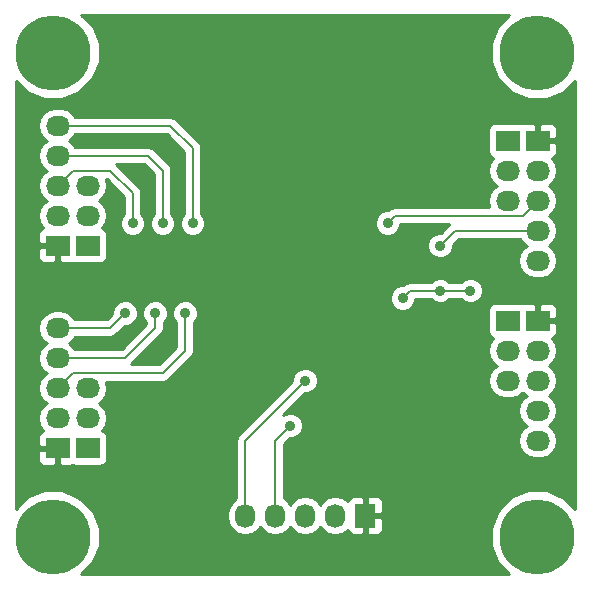
<source format=gbl>
G04 #@! TF.FileFunction,Copper,L2,Bot,Signal*
%FSLAX46Y46*%
G04 Gerber Fmt 4.6, Leading zero omitted, Abs format (unit mm)*
G04 Created by KiCad (PCBNEW (after 2015-mar-04 BZR unknown)-product) date 7/28/2015 1:26:08 PM*
%MOMM*%
G01*
G04 APERTURE LIST*
%ADD10C,0.150000*%
%ADD11C,6.350000*%
%ADD12R,2.032000X1.727200*%
%ADD13O,2.032000X1.727200*%
%ADD14R,1.727200X2.032000*%
%ADD15O,1.727200X2.032000*%
%ADD16C,0.889000*%
%ADD17C,0.203200*%
%ADD18C,0.254000*%
G04 APERTURE END LIST*
D10*
D11*
X159000000Y-84000000D03*
X200000000Y-84000000D03*
X159000000Y-125000000D03*
X200000000Y-125000000D03*
D12*
X197485000Y-106680000D03*
D13*
X197485000Y-109220000D03*
X197485000Y-111760000D03*
D12*
X197485000Y-91440000D03*
D13*
X197485000Y-93980000D03*
X197485000Y-96520000D03*
D12*
X161925000Y-100330000D03*
D13*
X161925000Y-97790000D03*
X161925000Y-95250000D03*
D12*
X161925000Y-117475000D03*
D13*
X161925000Y-114935000D03*
X161925000Y-112395000D03*
D12*
X200025000Y-106680000D03*
D13*
X200025000Y-109220000D03*
X200025000Y-111760000D03*
X200025000Y-114300000D03*
X200025000Y-116840000D03*
D12*
X200025000Y-91440000D03*
D13*
X200025000Y-93980000D03*
X200025000Y-96520000D03*
X200025000Y-99060000D03*
X200025000Y-101600000D03*
D12*
X159385000Y-100330000D03*
D13*
X159385000Y-97790000D03*
X159385000Y-95250000D03*
X159385000Y-92710000D03*
X159385000Y-90170000D03*
D12*
X159385000Y-117475000D03*
D13*
X159385000Y-114935000D03*
X159385000Y-112395000D03*
X159385000Y-109855000D03*
X159385000Y-107315000D03*
D14*
X185420000Y-123190000D03*
D15*
X182880000Y-123190000D03*
X180340000Y-123190000D03*
X177800000Y-123190000D03*
X175260000Y-123190000D03*
D16*
X188595000Y-104775000D03*
X191770000Y-104140000D03*
X194310000Y-104140000D03*
X182880000Y-108585000D03*
X182880000Y-107315000D03*
X182880000Y-106045000D03*
X185420000Y-95885000D03*
X187325000Y-98425000D03*
X191770000Y-100330000D03*
X165735000Y-98425000D03*
X168275000Y-98425000D03*
X170180000Y-106045000D03*
X167640000Y-106045000D03*
X179070000Y-115570000D03*
X180340000Y-111760000D03*
X170815000Y-98425000D03*
X165100000Y-106045000D03*
D17*
X188595000Y-104775000D02*
X189230000Y-104140000D01*
X189230000Y-104140000D02*
X191770000Y-104140000D01*
X194310000Y-104140000D02*
X191770000Y-104140000D01*
X200025000Y-96520000D02*
X198755000Y-97790000D01*
X187960000Y-97790000D02*
X187325000Y-98425000D01*
X198755000Y-97790000D02*
X187960000Y-97790000D01*
X200025000Y-99060000D02*
X193040000Y-99060000D01*
X193040000Y-99060000D02*
X191770000Y-100330000D01*
X159385000Y-95250000D02*
X160655000Y-93980000D01*
X165735000Y-95885000D02*
X165735000Y-98425000D01*
X163830000Y-93980000D02*
X165735000Y-95885000D01*
X160655000Y-93980000D02*
X163830000Y-93980000D01*
X159385000Y-92710000D02*
X167005000Y-92710000D01*
X168275000Y-93980000D02*
X168275000Y-98425000D01*
X167005000Y-92710000D02*
X168275000Y-93980000D01*
X159385000Y-112395000D02*
X160655000Y-111125000D01*
X170180000Y-109220000D02*
X170180000Y-106045000D01*
X168275000Y-111125000D02*
X170180000Y-109220000D01*
X160655000Y-111125000D02*
X168275000Y-111125000D01*
X159385000Y-109855000D02*
X165100000Y-109855000D01*
X167640000Y-107315000D02*
X167640000Y-106045000D01*
X165100000Y-109855000D02*
X167640000Y-107315000D01*
X177800000Y-123190000D02*
X177800000Y-116840000D01*
X177800000Y-116840000D02*
X179070000Y-115570000D01*
X175260000Y-123190000D02*
X175260000Y-116840000D01*
X175260000Y-116840000D02*
X180340000Y-111760000D01*
X159385000Y-90170000D02*
X168910000Y-90170000D01*
X170815000Y-92075000D02*
X170815000Y-98425000D01*
X168910000Y-90170000D02*
X170815000Y-92075000D01*
X159385000Y-107315000D02*
X163830000Y-107315000D01*
X163830000Y-107315000D02*
X165100000Y-106045000D01*
D18*
G36*
X203174500Y-122607421D02*
X202233043Y-121664320D01*
X201708345Y-121446446D01*
X201708345Y-116840000D01*
X201594271Y-116266511D01*
X201269415Y-115780330D01*
X200954634Y-115570000D01*
X201269415Y-115359670D01*
X201594271Y-114873489D01*
X201708345Y-114300000D01*
X201594271Y-113726511D01*
X201269415Y-113240330D01*
X200954634Y-113030000D01*
X201269415Y-112819670D01*
X201594271Y-112333489D01*
X201708345Y-111760000D01*
X201594271Y-111186511D01*
X201269415Y-110700330D01*
X200954634Y-110490000D01*
X201269415Y-110279670D01*
X201594271Y-109793489D01*
X201708345Y-109220000D01*
X201708345Y-101600000D01*
X201594271Y-101026511D01*
X201269415Y-100540330D01*
X200954634Y-100330000D01*
X201269415Y-100119670D01*
X201594271Y-99633489D01*
X201708345Y-99060000D01*
X201594271Y-98486511D01*
X201269415Y-98000330D01*
X200954634Y-97790000D01*
X201269415Y-97579670D01*
X201594271Y-97093489D01*
X201708345Y-96520000D01*
X201594271Y-95946511D01*
X201269415Y-95460330D01*
X200954634Y-95250000D01*
X201269415Y-95039670D01*
X201594271Y-94553489D01*
X201708345Y-93980000D01*
X201594271Y-93406511D01*
X201269415Y-92920330D01*
X201247219Y-92905499D01*
X201400698Y-92841927D01*
X201579327Y-92663299D01*
X201676000Y-92429910D01*
X201676000Y-92177291D01*
X201676000Y-91725750D01*
X201676000Y-91154250D01*
X201676000Y-90702709D01*
X201676000Y-90450090D01*
X201579327Y-90216701D01*
X201400698Y-90038073D01*
X201167309Y-89941400D01*
X200310750Y-89941400D01*
X200152000Y-90100150D01*
X200152000Y-91313000D01*
X201517250Y-91313000D01*
X201676000Y-91154250D01*
X201676000Y-91725750D01*
X201517250Y-91567000D01*
X200152000Y-91567000D01*
X200152000Y-91587000D01*
X199898000Y-91587000D01*
X199898000Y-91567000D01*
X199878000Y-91567000D01*
X199878000Y-91313000D01*
X199898000Y-91313000D01*
X199898000Y-90100150D01*
X199739250Y-89941400D01*
X198882691Y-89941400D01*
X198766315Y-89989604D01*
X198750640Y-89979023D01*
X198501000Y-89928960D01*
X196469000Y-89928960D01*
X196226877Y-89975937D01*
X196014073Y-90115727D01*
X195871623Y-90326760D01*
X195821560Y-90576400D01*
X195821560Y-92303600D01*
X195868537Y-92545723D01*
X196008327Y-92758527D01*
X196219360Y-92900977D01*
X196257962Y-92908718D01*
X196240585Y-92920330D01*
X195915729Y-93406511D01*
X195801655Y-93980000D01*
X195915729Y-94553489D01*
X196240585Y-95039670D01*
X196555365Y-95250000D01*
X196240585Y-95460330D01*
X195915729Y-95946511D01*
X195801655Y-96520000D01*
X195907754Y-97053400D01*
X187960000Y-97053400D01*
X187678115Y-97109470D01*
X187439145Y-97269145D01*
X187362757Y-97345532D01*
X187111216Y-97345313D01*
X186714311Y-97509311D01*
X186410378Y-97812714D01*
X186245687Y-98209332D01*
X186245313Y-98638784D01*
X186409311Y-99035689D01*
X186712714Y-99339622D01*
X187109332Y-99504313D01*
X187538784Y-99504687D01*
X187935689Y-99340689D01*
X188239622Y-99037286D01*
X188404313Y-98640668D01*
X188404412Y-98526600D01*
X192537919Y-98526600D01*
X192519145Y-98539145D01*
X191807757Y-99250532D01*
X191556216Y-99250313D01*
X191159311Y-99414311D01*
X190855378Y-99717714D01*
X190690687Y-100114332D01*
X190690313Y-100543784D01*
X190854311Y-100940689D01*
X191157714Y-101244622D01*
X191554332Y-101409313D01*
X191983784Y-101409687D01*
X192380689Y-101245689D01*
X192684622Y-100942286D01*
X192849313Y-100545668D01*
X192849533Y-100292176D01*
X193345110Y-99796600D01*
X198564716Y-99796600D01*
X198780585Y-100119670D01*
X199095365Y-100330000D01*
X198780585Y-100540330D01*
X198455729Y-101026511D01*
X198341655Y-101600000D01*
X198455729Y-102173489D01*
X198780585Y-102659670D01*
X199266766Y-102984526D01*
X199840255Y-103098600D01*
X200209745Y-103098600D01*
X200783234Y-102984526D01*
X201269415Y-102659670D01*
X201594271Y-102173489D01*
X201708345Y-101600000D01*
X201708345Y-109220000D01*
X201594271Y-108646511D01*
X201269415Y-108160330D01*
X201247219Y-108145499D01*
X201400698Y-108081927D01*
X201579327Y-107903299D01*
X201676000Y-107669910D01*
X201676000Y-107417291D01*
X201676000Y-106965750D01*
X201676000Y-106394250D01*
X201676000Y-105942709D01*
X201676000Y-105690090D01*
X201579327Y-105456701D01*
X201400698Y-105278073D01*
X201167309Y-105181400D01*
X200310750Y-105181400D01*
X200152000Y-105340150D01*
X200152000Y-106553000D01*
X201517250Y-106553000D01*
X201676000Y-106394250D01*
X201676000Y-106965750D01*
X201517250Y-106807000D01*
X200152000Y-106807000D01*
X200152000Y-106827000D01*
X199898000Y-106827000D01*
X199898000Y-106807000D01*
X199878000Y-106807000D01*
X199878000Y-106553000D01*
X199898000Y-106553000D01*
X199898000Y-105340150D01*
X199739250Y-105181400D01*
X198882691Y-105181400D01*
X198766315Y-105229604D01*
X198750640Y-105219023D01*
X198501000Y-105168960D01*
X196469000Y-105168960D01*
X196226877Y-105215937D01*
X196014073Y-105355727D01*
X195871623Y-105566760D01*
X195821560Y-105816400D01*
X195821560Y-107543600D01*
X195868537Y-107785723D01*
X196008327Y-107998527D01*
X196219360Y-108140977D01*
X196257962Y-108148718D01*
X196240585Y-108160330D01*
X195915729Y-108646511D01*
X195801655Y-109220000D01*
X195915729Y-109793489D01*
X196240585Y-110279670D01*
X196555365Y-110490000D01*
X196240585Y-110700330D01*
X195915729Y-111186511D01*
X195801655Y-111760000D01*
X195915729Y-112333489D01*
X196240585Y-112819670D01*
X196726766Y-113144526D01*
X197300255Y-113258600D01*
X197669745Y-113258600D01*
X198243234Y-113144526D01*
X198729415Y-112819670D01*
X198755000Y-112781379D01*
X198780585Y-112819670D01*
X199095365Y-113030000D01*
X198780585Y-113240330D01*
X198455729Y-113726511D01*
X198341655Y-114300000D01*
X198455729Y-114873489D01*
X198780585Y-115359670D01*
X199095365Y-115570000D01*
X198780585Y-115780330D01*
X198455729Y-116266511D01*
X198341655Y-116840000D01*
X198455729Y-117413489D01*
X198780585Y-117899670D01*
X199266766Y-118224526D01*
X199840255Y-118338600D01*
X200209745Y-118338600D01*
X200783234Y-118224526D01*
X201269415Y-117899670D01*
X201594271Y-117413489D01*
X201708345Y-116840000D01*
X201708345Y-121446446D01*
X200786553Y-121063685D01*
X199220318Y-121062318D01*
X197772782Y-121660428D01*
X196664320Y-122766957D01*
X196063685Y-124213447D01*
X196062318Y-125779682D01*
X196660428Y-127227218D01*
X197606058Y-128174500D01*
X195389687Y-128174500D01*
X195389687Y-103926216D01*
X195225689Y-103529311D01*
X194922286Y-103225378D01*
X194525668Y-103060687D01*
X194096216Y-103060313D01*
X193699311Y-103224311D01*
X193519909Y-103403400D01*
X192559997Y-103403400D01*
X192382286Y-103225378D01*
X191985668Y-103060687D01*
X191556216Y-103060313D01*
X191159311Y-103224311D01*
X190979909Y-103403400D01*
X189230000Y-103403400D01*
X188948115Y-103459470D01*
X188709145Y-103619145D01*
X188632757Y-103695532D01*
X188381216Y-103695313D01*
X187984311Y-103859311D01*
X187680378Y-104162714D01*
X187515687Y-104559332D01*
X187515313Y-104988784D01*
X187679311Y-105385689D01*
X187982714Y-105689622D01*
X188379332Y-105854313D01*
X188808784Y-105854687D01*
X189205689Y-105690689D01*
X189509622Y-105387286D01*
X189674313Y-104990668D01*
X189674412Y-104876600D01*
X190980002Y-104876600D01*
X191157714Y-105054622D01*
X191554332Y-105219313D01*
X191983784Y-105219687D01*
X192380689Y-105055689D01*
X192560090Y-104876600D01*
X193520002Y-104876600D01*
X193697714Y-105054622D01*
X194094332Y-105219313D01*
X194523784Y-105219687D01*
X194920689Y-105055689D01*
X195224622Y-104752286D01*
X195389313Y-104355668D01*
X195389687Y-103926216D01*
X195389687Y-128174500D01*
X186918600Y-128174500D01*
X186918600Y-124332309D01*
X186918600Y-123475750D01*
X186918600Y-122904250D01*
X186918600Y-122047691D01*
X186821927Y-121814302D01*
X186643299Y-121635673D01*
X186409910Y-121539000D01*
X186157291Y-121539000D01*
X185705750Y-121539000D01*
X185547000Y-121697750D01*
X185547000Y-123063000D01*
X186759850Y-123063000D01*
X186918600Y-122904250D01*
X186918600Y-123475750D01*
X186759850Y-123317000D01*
X185547000Y-123317000D01*
X185547000Y-124682250D01*
X185705750Y-124841000D01*
X186157291Y-124841000D01*
X186409910Y-124841000D01*
X186643299Y-124744327D01*
X186821927Y-124565698D01*
X186918600Y-124332309D01*
X186918600Y-128174500D01*
X185293000Y-128174500D01*
X185293000Y-124682250D01*
X185293000Y-123317000D01*
X185273000Y-123317000D01*
X185273000Y-123063000D01*
X185293000Y-123063000D01*
X185293000Y-121697750D01*
X185134250Y-121539000D01*
X184682709Y-121539000D01*
X184430090Y-121539000D01*
X184196701Y-121635673D01*
X184018073Y-121814302D01*
X183954500Y-121967780D01*
X183939670Y-121945585D01*
X183453489Y-121620729D01*
X182880000Y-121506655D01*
X182306511Y-121620729D01*
X181820330Y-121945585D01*
X181610000Y-122260365D01*
X181399670Y-121945585D01*
X180913489Y-121620729D01*
X180340000Y-121506655D01*
X179766511Y-121620729D01*
X179280330Y-121945585D01*
X179070000Y-122260365D01*
X178859670Y-121945585D01*
X178536600Y-121729716D01*
X178536600Y-117145110D01*
X179032242Y-116649467D01*
X179283784Y-116649687D01*
X179680689Y-116485689D01*
X179984622Y-116182286D01*
X180149313Y-115785668D01*
X180149687Y-115356216D01*
X179985689Y-114959311D01*
X179682286Y-114655378D01*
X179285668Y-114490687D01*
X178856216Y-114490313D01*
X178507176Y-114634533D01*
X180302242Y-112839467D01*
X180553784Y-112839687D01*
X180950689Y-112675689D01*
X181254622Y-112372286D01*
X181419313Y-111975668D01*
X181419687Y-111546216D01*
X181255689Y-111149311D01*
X180952286Y-110845378D01*
X180555668Y-110680687D01*
X180126216Y-110680313D01*
X179729311Y-110844311D01*
X179425378Y-111147714D01*
X179260687Y-111544332D01*
X179260466Y-111797823D01*
X174739145Y-116319145D01*
X174579470Y-116558115D01*
X174523400Y-116840000D01*
X174523400Y-121729716D01*
X174200330Y-121945585D01*
X173875474Y-122431766D01*
X173761400Y-123005255D01*
X173761400Y-123374745D01*
X173875474Y-123948234D01*
X174200330Y-124434415D01*
X174686511Y-124759271D01*
X175260000Y-124873345D01*
X175833489Y-124759271D01*
X176319670Y-124434415D01*
X176530000Y-124119634D01*
X176740330Y-124434415D01*
X177226511Y-124759271D01*
X177800000Y-124873345D01*
X178373489Y-124759271D01*
X178859670Y-124434415D01*
X179070000Y-124119634D01*
X179280330Y-124434415D01*
X179766511Y-124759271D01*
X180340000Y-124873345D01*
X180913489Y-124759271D01*
X181399670Y-124434415D01*
X181610000Y-124119634D01*
X181820330Y-124434415D01*
X182306511Y-124759271D01*
X182880000Y-124873345D01*
X183453489Y-124759271D01*
X183939670Y-124434415D01*
X183954500Y-124412219D01*
X184018073Y-124565698D01*
X184196701Y-124744327D01*
X184430090Y-124841000D01*
X184682709Y-124841000D01*
X185134250Y-124841000D01*
X185293000Y-124682250D01*
X185293000Y-128174500D01*
X171894687Y-128174500D01*
X171894687Y-98211216D01*
X171730689Y-97814311D01*
X171551600Y-97634909D01*
X171551600Y-92075000D01*
X171495530Y-91793116D01*
X171495530Y-91793115D01*
X171335855Y-91554145D01*
X169430855Y-89649145D01*
X169191885Y-89489470D01*
X168910000Y-89433400D01*
X160845283Y-89433400D01*
X160629415Y-89110330D01*
X160143234Y-88785474D01*
X159569745Y-88671400D01*
X159200255Y-88671400D01*
X158626766Y-88785474D01*
X158140585Y-89110330D01*
X157815729Y-89596511D01*
X157701655Y-90170000D01*
X157815729Y-90743489D01*
X158140585Y-91229670D01*
X158455365Y-91440000D01*
X158140585Y-91650330D01*
X157815729Y-92136511D01*
X157701655Y-92710000D01*
X157815729Y-93283489D01*
X158140585Y-93769670D01*
X158455365Y-93980000D01*
X158140585Y-94190330D01*
X157815729Y-94676511D01*
X157701655Y-95250000D01*
X157815729Y-95823489D01*
X158140585Y-96309670D01*
X158455365Y-96520000D01*
X158140585Y-96730330D01*
X157815729Y-97216511D01*
X157701655Y-97790000D01*
X157815729Y-98363489D01*
X158140585Y-98849670D01*
X158162780Y-98864500D01*
X158009302Y-98928073D01*
X157830673Y-99106701D01*
X157734000Y-99340090D01*
X157734000Y-99592709D01*
X157734000Y-100044250D01*
X157892750Y-100203000D01*
X159258000Y-100203000D01*
X159258000Y-100183000D01*
X159512000Y-100183000D01*
X159512000Y-100203000D01*
X159532000Y-100203000D01*
X159532000Y-100457000D01*
X159512000Y-100457000D01*
X159512000Y-101669850D01*
X159670750Y-101828600D01*
X160527309Y-101828600D01*
X160643684Y-101780395D01*
X160659360Y-101790977D01*
X160909000Y-101841040D01*
X162941000Y-101841040D01*
X163183123Y-101794063D01*
X163395927Y-101654273D01*
X163538377Y-101443240D01*
X163588440Y-101193600D01*
X163588440Y-99466400D01*
X163541463Y-99224277D01*
X163401673Y-99011473D01*
X163190640Y-98869023D01*
X163152037Y-98861281D01*
X163169415Y-98849670D01*
X163494271Y-98363489D01*
X163608345Y-97790000D01*
X163494271Y-97216511D01*
X163169415Y-96730330D01*
X162854634Y-96520000D01*
X163169415Y-96309670D01*
X163494271Y-95823489D01*
X163608345Y-95250000D01*
X163502245Y-94716600D01*
X163524890Y-94716600D01*
X164998400Y-96190110D01*
X164998400Y-97635002D01*
X164820378Y-97812714D01*
X164655687Y-98209332D01*
X164655313Y-98638784D01*
X164819311Y-99035689D01*
X165122714Y-99339622D01*
X165519332Y-99504313D01*
X165948784Y-99504687D01*
X166345689Y-99340689D01*
X166649622Y-99037286D01*
X166814313Y-98640668D01*
X166814687Y-98211216D01*
X166650689Y-97814311D01*
X166471600Y-97634909D01*
X166471600Y-95885000D01*
X166415530Y-95603116D01*
X166415530Y-95603115D01*
X166255855Y-95364145D01*
X164350855Y-93459145D01*
X164332080Y-93446600D01*
X166699890Y-93446600D01*
X167538400Y-94285110D01*
X167538400Y-97635002D01*
X167360378Y-97812714D01*
X167195687Y-98209332D01*
X167195313Y-98638784D01*
X167359311Y-99035689D01*
X167662714Y-99339622D01*
X168059332Y-99504313D01*
X168488784Y-99504687D01*
X168885689Y-99340689D01*
X169189622Y-99037286D01*
X169354313Y-98640668D01*
X169354687Y-98211216D01*
X169190689Y-97814311D01*
X169011600Y-97634909D01*
X169011600Y-93980000D01*
X168955530Y-93698115D01*
X168795855Y-93459145D01*
X167525855Y-92189145D01*
X167286885Y-92029470D01*
X167005000Y-91973400D01*
X160845283Y-91973400D01*
X160629415Y-91650330D01*
X160314634Y-91440000D01*
X160629415Y-91229670D01*
X160845283Y-90906600D01*
X168604890Y-90906600D01*
X170078400Y-92380110D01*
X170078400Y-97635002D01*
X169900378Y-97812714D01*
X169735687Y-98209332D01*
X169735313Y-98638784D01*
X169899311Y-99035689D01*
X170202714Y-99339622D01*
X170599332Y-99504313D01*
X171028784Y-99504687D01*
X171425689Y-99340689D01*
X171729622Y-99037286D01*
X171894313Y-98640668D01*
X171894687Y-98211216D01*
X171894687Y-128174500D01*
X171259687Y-128174500D01*
X171259687Y-105831216D01*
X171095689Y-105434311D01*
X170792286Y-105130378D01*
X170395668Y-104965687D01*
X169966216Y-104965313D01*
X169569311Y-105129311D01*
X169265378Y-105432714D01*
X169100687Y-105829332D01*
X169100313Y-106258784D01*
X169264311Y-106655689D01*
X169443400Y-106835090D01*
X169443400Y-108914890D01*
X167969890Y-110388400D01*
X165602080Y-110388400D01*
X165620855Y-110375855D01*
X168160855Y-107835855D01*
X168320530Y-107596885D01*
X168376600Y-107315000D01*
X168376600Y-106834997D01*
X168554622Y-106657286D01*
X168719313Y-106260668D01*
X168719687Y-105831216D01*
X168555689Y-105434311D01*
X168252286Y-105130378D01*
X167855668Y-104965687D01*
X167426216Y-104965313D01*
X167029311Y-105129311D01*
X166725378Y-105432714D01*
X166560687Y-105829332D01*
X166560313Y-106258784D01*
X166724311Y-106655689D01*
X166903400Y-106835090D01*
X166903400Y-107009890D01*
X164794890Y-109118400D01*
X160845283Y-109118400D01*
X160629415Y-108795330D01*
X160314634Y-108585000D01*
X160629415Y-108374670D01*
X160845283Y-108051600D01*
X163830000Y-108051600D01*
X164111885Y-107995530D01*
X164350855Y-107835855D01*
X165062242Y-107124467D01*
X165313784Y-107124687D01*
X165710689Y-106960689D01*
X166014622Y-106657286D01*
X166179313Y-106260668D01*
X166179687Y-105831216D01*
X166015689Y-105434311D01*
X165712286Y-105130378D01*
X165315668Y-104965687D01*
X164886216Y-104965313D01*
X164489311Y-105129311D01*
X164185378Y-105432714D01*
X164020687Y-105829332D01*
X164020466Y-106082823D01*
X163524890Y-106578400D01*
X160845283Y-106578400D01*
X160629415Y-106255330D01*
X160143234Y-105930474D01*
X159569745Y-105816400D01*
X159258000Y-105816400D01*
X159258000Y-101669850D01*
X159258000Y-100457000D01*
X157892750Y-100457000D01*
X157734000Y-100615750D01*
X157734000Y-101067291D01*
X157734000Y-101319910D01*
X157830673Y-101553299D01*
X158009302Y-101731927D01*
X158242691Y-101828600D01*
X159099250Y-101828600D01*
X159258000Y-101669850D01*
X159258000Y-105816400D01*
X159200255Y-105816400D01*
X158626766Y-105930474D01*
X158140585Y-106255330D01*
X157815729Y-106741511D01*
X157701655Y-107315000D01*
X157815729Y-107888489D01*
X158140585Y-108374670D01*
X158455365Y-108585000D01*
X158140585Y-108795330D01*
X157815729Y-109281511D01*
X157701655Y-109855000D01*
X157815729Y-110428489D01*
X158140585Y-110914670D01*
X158455365Y-111125000D01*
X158140585Y-111335330D01*
X157815729Y-111821511D01*
X157701655Y-112395000D01*
X157815729Y-112968489D01*
X158140585Y-113454670D01*
X158455365Y-113665000D01*
X158140585Y-113875330D01*
X157815729Y-114361511D01*
X157701655Y-114935000D01*
X157815729Y-115508489D01*
X158140585Y-115994670D01*
X158162780Y-116009500D01*
X158009302Y-116073073D01*
X157830673Y-116251701D01*
X157734000Y-116485090D01*
X157734000Y-116737709D01*
X157734000Y-117189250D01*
X157892750Y-117348000D01*
X159258000Y-117348000D01*
X159258000Y-117328000D01*
X159512000Y-117328000D01*
X159512000Y-117348000D01*
X159532000Y-117348000D01*
X159532000Y-117602000D01*
X159512000Y-117602000D01*
X159512000Y-118814850D01*
X159670750Y-118973600D01*
X160527309Y-118973600D01*
X160643684Y-118925395D01*
X160659360Y-118935977D01*
X160909000Y-118986040D01*
X162941000Y-118986040D01*
X163183123Y-118939063D01*
X163395927Y-118799273D01*
X163538377Y-118588240D01*
X163588440Y-118338600D01*
X163588440Y-116611400D01*
X163541463Y-116369277D01*
X163401673Y-116156473D01*
X163190640Y-116014023D01*
X163152037Y-116006281D01*
X163169415Y-115994670D01*
X163494271Y-115508489D01*
X163608345Y-114935000D01*
X163494271Y-114361511D01*
X163169415Y-113875330D01*
X162854634Y-113665000D01*
X163169415Y-113454670D01*
X163494271Y-112968489D01*
X163608345Y-112395000D01*
X163502245Y-111861600D01*
X168275000Y-111861600D01*
X168556885Y-111805530D01*
X168795855Y-111645855D01*
X170700855Y-109740855D01*
X170860530Y-109501885D01*
X170860530Y-109501884D01*
X170916600Y-109220000D01*
X170916600Y-106834997D01*
X171094622Y-106657286D01*
X171259313Y-106260668D01*
X171259687Y-105831216D01*
X171259687Y-128174500D01*
X161392578Y-128174500D01*
X162335680Y-127233043D01*
X162936315Y-125786553D01*
X162937682Y-124220318D01*
X162339572Y-122772782D01*
X161233043Y-121664320D01*
X159786553Y-121063685D01*
X159258000Y-121063223D01*
X159258000Y-118814850D01*
X159258000Y-117602000D01*
X157892750Y-117602000D01*
X157734000Y-117760750D01*
X157734000Y-118212291D01*
X157734000Y-118464910D01*
X157830673Y-118698299D01*
X158009302Y-118876927D01*
X158242691Y-118973600D01*
X159099250Y-118973600D01*
X159258000Y-118814850D01*
X159258000Y-121063223D01*
X158220318Y-121062318D01*
X156772782Y-121660428D01*
X155825500Y-122606058D01*
X155825500Y-86392578D01*
X156766957Y-87335680D01*
X158213447Y-87936315D01*
X159779682Y-87937682D01*
X161227218Y-87339572D01*
X162335680Y-86233043D01*
X162936315Y-84786553D01*
X162937682Y-83220318D01*
X162339572Y-81772782D01*
X161393941Y-80825500D01*
X197607421Y-80825500D01*
X196664320Y-81766957D01*
X196063685Y-83213447D01*
X196062318Y-84779682D01*
X196660428Y-86227218D01*
X197766957Y-87335680D01*
X199213447Y-87936315D01*
X200779682Y-87937682D01*
X202227218Y-87339572D01*
X203174500Y-86393941D01*
X203174500Y-122607421D01*
X203174500Y-122607421D01*
G37*
X203174500Y-122607421D02*
X202233043Y-121664320D01*
X201708345Y-121446446D01*
X201708345Y-116840000D01*
X201594271Y-116266511D01*
X201269415Y-115780330D01*
X200954634Y-115570000D01*
X201269415Y-115359670D01*
X201594271Y-114873489D01*
X201708345Y-114300000D01*
X201594271Y-113726511D01*
X201269415Y-113240330D01*
X200954634Y-113030000D01*
X201269415Y-112819670D01*
X201594271Y-112333489D01*
X201708345Y-111760000D01*
X201594271Y-111186511D01*
X201269415Y-110700330D01*
X200954634Y-110490000D01*
X201269415Y-110279670D01*
X201594271Y-109793489D01*
X201708345Y-109220000D01*
X201708345Y-101600000D01*
X201594271Y-101026511D01*
X201269415Y-100540330D01*
X200954634Y-100330000D01*
X201269415Y-100119670D01*
X201594271Y-99633489D01*
X201708345Y-99060000D01*
X201594271Y-98486511D01*
X201269415Y-98000330D01*
X200954634Y-97790000D01*
X201269415Y-97579670D01*
X201594271Y-97093489D01*
X201708345Y-96520000D01*
X201594271Y-95946511D01*
X201269415Y-95460330D01*
X200954634Y-95250000D01*
X201269415Y-95039670D01*
X201594271Y-94553489D01*
X201708345Y-93980000D01*
X201594271Y-93406511D01*
X201269415Y-92920330D01*
X201247219Y-92905499D01*
X201400698Y-92841927D01*
X201579327Y-92663299D01*
X201676000Y-92429910D01*
X201676000Y-92177291D01*
X201676000Y-91725750D01*
X201676000Y-91154250D01*
X201676000Y-90702709D01*
X201676000Y-90450090D01*
X201579327Y-90216701D01*
X201400698Y-90038073D01*
X201167309Y-89941400D01*
X200310750Y-89941400D01*
X200152000Y-90100150D01*
X200152000Y-91313000D01*
X201517250Y-91313000D01*
X201676000Y-91154250D01*
X201676000Y-91725750D01*
X201517250Y-91567000D01*
X200152000Y-91567000D01*
X200152000Y-91587000D01*
X199898000Y-91587000D01*
X199898000Y-91567000D01*
X199878000Y-91567000D01*
X199878000Y-91313000D01*
X199898000Y-91313000D01*
X199898000Y-90100150D01*
X199739250Y-89941400D01*
X198882691Y-89941400D01*
X198766315Y-89989604D01*
X198750640Y-89979023D01*
X198501000Y-89928960D01*
X196469000Y-89928960D01*
X196226877Y-89975937D01*
X196014073Y-90115727D01*
X195871623Y-90326760D01*
X195821560Y-90576400D01*
X195821560Y-92303600D01*
X195868537Y-92545723D01*
X196008327Y-92758527D01*
X196219360Y-92900977D01*
X196257962Y-92908718D01*
X196240585Y-92920330D01*
X195915729Y-93406511D01*
X195801655Y-93980000D01*
X195915729Y-94553489D01*
X196240585Y-95039670D01*
X196555365Y-95250000D01*
X196240585Y-95460330D01*
X195915729Y-95946511D01*
X195801655Y-96520000D01*
X195907754Y-97053400D01*
X187960000Y-97053400D01*
X187678115Y-97109470D01*
X187439145Y-97269145D01*
X187362757Y-97345532D01*
X187111216Y-97345313D01*
X186714311Y-97509311D01*
X186410378Y-97812714D01*
X186245687Y-98209332D01*
X186245313Y-98638784D01*
X186409311Y-99035689D01*
X186712714Y-99339622D01*
X187109332Y-99504313D01*
X187538784Y-99504687D01*
X187935689Y-99340689D01*
X188239622Y-99037286D01*
X188404313Y-98640668D01*
X188404412Y-98526600D01*
X192537919Y-98526600D01*
X192519145Y-98539145D01*
X191807757Y-99250532D01*
X191556216Y-99250313D01*
X191159311Y-99414311D01*
X190855378Y-99717714D01*
X190690687Y-100114332D01*
X190690313Y-100543784D01*
X190854311Y-100940689D01*
X191157714Y-101244622D01*
X191554332Y-101409313D01*
X191983784Y-101409687D01*
X192380689Y-101245689D01*
X192684622Y-100942286D01*
X192849313Y-100545668D01*
X192849533Y-100292176D01*
X193345110Y-99796600D01*
X198564716Y-99796600D01*
X198780585Y-100119670D01*
X199095365Y-100330000D01*
X198780585Y-100540330D01*
X198455729Y-101026511D01*
X198341655Y-101600000D01*
X198455729Y-102173489D01*
X198780585Y-102659670D01*
X199266766Y-102984526D01*
X199840255Y-103098600D01*
X200209745Y-103098600D01*
X200783234Y-102984526D01*
X201269415Y-102659670D01*
X201594271Y-102173489D01*
X201708345Y-101600000D01*
X201708345Y-109220000D01*
X201594271Y-108646511D01*
X201269415Y-108160330D01*
X201247219Y-108145499D01*
X201400698Y-108081927D01*
X201579327Y-107903299D01*
X201676000Y-107669910D01*
X201676000Y-107417291D01*
X201676000Y-106965750D01*
X201676000Y-106394250D01*
X201676000Y-105942709D01*
X201676000Y-105690090D01*
X201579327Y-105456701D01*
X201400698Y-105278073D01*
X201167309Y-105181400D01*
X200310750Y-105181400D01*
X200152000Y-105340150D01*
X200152000Y-106553000D01*
X201517250Y-106553000D01*
X201676000Y-106394250D01*
X201676000Y-106965750D01*
X201517250Y-106807000D01*
X200152000Y-106807000D01*
X200152000Y-106827000D01*
X199898000Y-106827000D01*
X199898000Y-106807000D01*
X199878000Y-106807000D01*
X199878000Y-106553000D01*
X199898000Y-106553000D01*
X199898000Y-105340150D01*
X199739250Y-105181400D01*
X198882691Y-105181400D01*
X198766315Y-105229604D01*
X198750640Y-105219023D01*
X198501000Y-105168960D01*
X196469000Y-105168960D01*
X196226877Y-105215937D01*
X196014073Y-105355727D01*
X195871623Y-105566760D01*
X195821560Y-105816400D01*
X195821560Y-107543600D01*
X195868537Y-107785723D01*
X196008327Y-107998527D01*
X196219360Y-108140977D01*
X196257962Y-108148718D01*
X196240585Y-108160330D01*
X195915729Y-108646511D01*
X195801655Y-109220000D01*
X195915729Y-109793489D01*
X196240585Y-110279670D01*
X196555365Y-110490000D01*
X196240585Y-110700330D01*
X195915729Y-111186511D01*
X195801655Y-111760000D01*
X195915729Y-112333489D01*
X196240585Y-112819670D01*
X196726766Y-113144526D01*
X197300255Y-113258600D01*
X197669745Y-113258600D01*
X198243234Y-113144526D01*
X198729415Y-112819670D01*
X198755000Y-112781379D01*
X198780585Y-112819670D01*
X199095365Y-113030000D01*
X198780585Y-113240330D01*
X198455729Y-113726511D01*
X198341655Y-114300000D01*
X198455729Y-114873489D01*
X198780585Y-115359670D01*
X199095365Y-115570000D01*
X198780585Y-115780330D01*
X198455729Y-116266511D01*
X198341655Y-116840000D01*
X198455729Y-117413489D01*
X198780585Y-117899670D01*
X199266766Y-118224526D01*
X199840255Y-118338600D01*
X200209745Y-118338600D01*
X200783234Y-118224526D01*
X201269415Y-117899670D01*
X201594271Y-117413489D01*
X201708345Y-116840000D01*
X201708345Y-121446446D01*
X200786553Y-121063685D01*
X199220318Y-121062318D01*
X197772782Y-121660428D01*
X196664320Y-122766957D01*
X196063685Y-124213447D01*
X196062318Y-125779682D01*
X196660428Y-127227218D01*
X197606058Y-128174500D01*
X195389687Y-128174500D01*
X195389687Y-103926216D01*
X195225689Y-103529311D01*
X194922286Y-103225378D01*
X194525668Y-103060687D01*
X194096216Y-103060313D01*
X193699311Y-103224311D01*
X193519909Y-103403400D01*
X192559997Y-103403400D01*
X192382286Y-103225378D01*
X191985668Y-103060687D01*
X191556216Y-103060313D01*
X191159311Y-103224311D01*
X190979909Y-103403400D01*
X189230000Y-103403400D01*
X188948115Y-103459470D01*
X188709145Y-103619145D01*
X188632757Y-103695532D01*
X188381216Y-103695313D01*
X187984311Y-103859311D01*
X187680378Y-104162714D01*
X187515687Y-104559332D01*
X187515313Y-104988784D01*
X187679311Y-105385689D01*
X187982714Y-105689622D01*
X188379332Y-105854313D01*
X188808784Y-105854687D01*
X189205689Y-105690689D01*
X189509622Y-105387286D01*
X189674313Y-104990668D01*
X189674412Y-104876600D01*
X190980002Y-104876600D01*
X191157714Y-105054622D01*
X191554332Y-105219313D01*
X191983784Y-105219687D01*
X192380689Y-105055689D01*
X192560090Y-104876600D01*
X193520002Y-104876600D01*
X193697714Y-105054622D01*
X194094332Y-105219313D01*
X194523784Y-105219687D01*
X194920689Y-105055689D01*
X195224622Y-104752286D01*
X195389313Y-104355668D01*
X195389687Y-103926216D01*
X195389687Y-128174500D01*
X186918600Y-128174500D01*
X186918600Y-124332309D01*
X186918600Y-123475750D01*
X186918600Y-122904250D01*
X186918600Y-122047691D01*
X186821927Y-121814302D01*
X186643299Y-121635673D01*
X186409910Y-121539000D01*
X186157291Y-121539000D01*
X185705750Y-121539000D01*
X185547000Y-121697750D01*
X185547000Y-123063000D01*
X186759850Y-123063000D01*
X186918600Y-122904250D01*
X186918600Y-123475750D01*
X186759850Y-123317000D01*
X185547000Y-123317000D01*
X185547000Y-124682250D01*
X185705750Y-124841000D01*
X186157291Y-124841000D01*
X186409910Y-124841000D01*
X186643299Y-124744327D01*
X186821927Y-124565698D01*
X186918600Y-124332309D01*
X186918600Y-128174500D01*
X185293000Y-128174500D01*
X185293000Y-124682250D01*
X185293000Y-123317000D01*
X185273000Y-123317000D01*
X185273000Y-123063000D01*
X185293000Y-123063000D01*
X185293000Y-121697750D01*
X185134250Y-121539000D01*
X184682709Y-121539000D01*
X184430090Y-121539000D01*
X184196701Y-121635673D01*
X184018073Y-121814302D01*
X183954500Y-121967780D01*
X183939670Y-121945585D01*
X183453489Y-121620729D01*
X182880000Y-121506655D01*
X182306511Y-121620729D01*
X181820330Y-121945585D01*
X181610000Y-122260365D01*
X181399670Y-121945585D01*
X180913489Y-121620729D01*
X180340000Y-121506655D01*
X179766511Y-121620729D01*
X179280330Y-121945585D01*
X179070000Y-122260365D01*
X178859670Y-121945585D01*
X178536600Y-121729716D01*
X178536600Y-117145110D01*
X179032242Y-116649467D01*
X179283784Y-116649687D01*
X179680689Y-116485689D01*
X179984622Y-116182286D01*
X180149313Y-115785668D01*
X180149687Y-115356216D01*
X179985689Y-114959311D01*
X179682286Y-114655378D01*
X179285668Y-114490687D01*
X178856216Y-114490313D01*
X178507176Y-114634533D01*
X180302242Y-112839467D01*
X180553784Y-112839687D01*
X180950689Y-112675689D01*
X181254622Y-112372286D01*
X181419313Y-111975668D01*
X181419687Y-111546216D01*
X181255689Y-111149311D01*
X180952286Y-110845378D01*
X180555668Y-110680687D01*
X180126216Y-110680313D01*
X179729311Y-110844311D01*
X179425378Y-111147714D01*
X179260687Y-111544332D01*
X179260466Y-111797823D01*
X174739145Y-116319145D01*
X174579470Y-116558115D01*
X174523400Y-116840000D01*
X174523400Y-121729716D01*
X174200330Y-121945585D01*
X173875474Y-122431766D01*
X173761400Y-123005255D01*
X173761400Y-123374745D01*
X173875474Y-123948234D01*
X174200330Y-124434415D01*
X174686511Y-124759271D01*
X175260000Y-124873345D01*
X175833489Y-124759271D01*
X176319670Y-124434415D01*
X176530000Y-124119634D01*
X176740330Y-124434415D01*
X177226511Y-124759271D01*
X177800000Y-124873345D01*
X178373489Y-124759271D01*
X178859670Y-124434415D01*
X179070000Y-124119634D01*
X179280330Y-124434415D01*
X179766511Y-124759271D01*
X180340000Y-124873345D01*
X180913489Y-124759271D01*
X181399670Y-124434415D01*
X181610000Y-124119634D01*
X181820330Y-124434415D01*
X182306511Y-124759271D01*
X182880000Y-124873345D01*
X183453489Y-124759271D01*
X183939670Y-124434415D01*
X183954500Y-124412219D01*
X184018073Y-124565698D01*
X184196701Y-124744327D01*
X184430090Y-124841000D01*
X184682709Y-124841000D01*
X185134250Y-124841000D01*
X185293000Y-124682250D01*
X185293000Y-128174500D01*
X171894687Y-128174500D01*
X171894687Y-98211216D01*
X171730689Y-97814311D01*
X171551600Y-97634909D01*
X171551600Y-92075000D01*
X171495530Y-91793116D01*
X171495530Y-91793115D01*
X171335855Y-91554145D01*
X169430855Y-89649145D01*
X169191885Y-89489470D01*
X168910000Y-89433400D01*
X160845283Y-89433400D01*
X160629415Y-89110330D01*
X160143234Y-88785474D01*
X159569745Y-88671400D01*
X159200255Y-88671400D01*
X158626766Y-88785474D01*
X158140585Y-89110330D01*
X157815729Y-89596511D01*
X157701655Y-90170000D01*
X157815729Y-90743489D01*
X158140585Y-91229670D01*
X158455365Y-91440000D01*
X158140585Y-91650330D01*
X157815729Y-92136511D01*
X157701655Y-92710000D01*
X157815729Y-93283489D01*
X158140585Y-93769670D01*
X158455365Y-93980000D01*
X158140585Y-94190330D01*
X157815729Y-94676511D01*
X157701655Y-95250000D01*
X157815729Y-95823489D01*
X158140585Y-96309670D01*
X158455365Y-96520000D01*
X158140585Y-96730330D01*
X157815729Y-97216511D01*
X157701655Y-97790000D01*
X157815729Y-98363489D01*
X158140585Y-98849670D01*
X158162780Y-98864500D01*
X158009302Y-98928073D01*
X157830673Y-99106701D01*
X157734000Y-99340090D01*
X157734000Y-99592709D01*
X157734000Y-100044250D01*
X157892750Y-100203000D01*
X159258000Y-100203000D01*
X159258000Y-100183000D01*
X159512000Y-100183000D01*
X159512000Y-100203000D01*
X159532000Y-100203000D01*
X159532000Y-100457000D01*
X159512000Y-100457000D01*
X159512000Y-101669850D01*
X159670750Y-101828600D01*
X160527309Y-101828600D01*
X160643684Y-101780395D01*
X160659360Y-101790977D01*
X160909000Y-101841040D01*
X162941000Y-101841040D01*
X163183123Y-101794063D01*
X163395927Y-101654273D01*
X163538377Y-101443240D01*
X163588440Y-101193600D01*
X163588440Y-99466400D01*
X163541463Y-99224277D01*
X163401673Y-99011473D01*
X163190640Y-98869023D01*
X163152037Y-98861281D01*
X163169415Y-98849670D01*
X163494271Y-98363489D01*
X163608345Y-97790000D01*
X163494271Y-97216511D01*
X163169415Y-96730330D01*
X162854634Y-96520000D01*
X163169415Y-96309670D01*
X163494271Y-95823489D01*
X163608345Y-95250000D01*
X163502245Y-94716600D01*
X163524890Y-94716600D01*
X164998400Y-96190110D01*
X164998400Y-97635002D01*
X164820378Y-97812714D01*
X164655687Y-98209332D01*
X164655313Y-98638784D01*
X164819311Y-99035689D01*
X165122714Y-99339622D01*
X165519332Y-99504313D01*
X165948784Y-99504687D01*
X166345689Y-99340689D01*
X166649622Y-99037286D01*
X166814313Y-98640668D01*
X166814687Y-98211216D01*
X166650689Y-97814311D01*
X166471600Y-97634909D01*
X166471600Y-95885000D01*
X166415530Y-95603116D01*
X166415530Y-95603115D01*
X166255855Y-95364145D01*
X164350855Y-93459145D01*
X164332080Y-93446600D01*
X166699890Y-93446600D01*
X167538400Y-94285110D01*
X167538400Y-97635002D01*
X167360378Y-97812714D01*
X167195687Y-98209332D01*
X167195313Y-98638784D01*
X167359311Y-99035689D01*
X167662714Y-99339622D01*
X168059332Y-99504313D01*
X168488784Y-99504687D01*
X168885689Y-99340689D01*
X169189622Y-99037286D01*
X169354313Y-98640668D01*
X169354687Y-98211216D01*
X169190689Y-97814311D01*
X169011600Y-97634909D01*
X169011600Y-93980000D01*
X168955530Y-93698115D01*
X168795855Y-93459145D01*
X167525855Y-92189145D01*
X167286885Y-92029470D01*
X167005000Y-91973400D01*
X160845283Y-91973400D01*
X160629415Y-91650330D01*
X160314634Y-91440000D01*
X160629415Y-91229670D01*
X160845283Y-90906600D01*
X168604890Y-90906600D01*
X170078400Y-92380110D01*
X170078400Y-97635002D01*
X169900378Y-97812714D01*
X169735687Y-98209332D01*
X169735313Y-98638784D01*
X169899311Y-99035689D01*
X170202714Y-99339622D01*
X170599332Y-99504313D01*
X171028784Y-99504687D01*
X171425689Y-99340689D01*
X171729622Y-99037286D01*
X171894313Y-98640668D01*
X171894687Y-98211216D01*
X171894687Y-128174500D01*
X171259687Y-128174500D01*
X171259687Y-105831216D01*
X171095689Y-105434311D01*
X170792286Y-105130378D01*
X170395668Y-104965687D01*
X169966216Y-104965313D01*
X169569311Y-105129311D01*
X169265378Y-105432714D01*
X169100687Y-105829332D01*
X169100313Y-106258784D01*
X169264311Y-106655689D01*
X169443400Y-106835090D01*
X169443400Y-108914890D01*
X167969890Y-110388400D01*
X165602080Y-110388400D01*
X165620855Y-110375855D01*
X168160855Y-107835855D01*
X168320530Y-107596885D01*
X168376600Y-107315000D01*
X168376600Y-106834997D01*
X168554622Y-106657286D01*
X168719313Y-106260668D01*
X168719687Y-105831216D01*
X168555689Y-105434311D01*
X168252286Y-105130378D01*
X167855668Y-104965687D01*
X167426216Y-104965313D01*
X167029311Y-105129311D01*
X166725378Y-105432714D01*
X166560687Y-105829332D01*
X166560313Y-106258784D01*
X166724311Y-106655689D01*
X166903400Y-106835090D01*
X166903400Y-107009890D01*
X164794890Y-109118400D01*
X160845283Y-109118400D01*
X160629415Y-108795330D01*
X160314634Y-108585000D01*
X160629415Y-108374670D01*
X160845283Y-108051600D01*
X163830000Y-108051600D01*
X164111885Y-107995530D01*
X164350855Y-107835855D01*
X165062242Y-107124467D01*
X165313784Y-107124687D01*
X165710689Y-106960689D01*
X166014622Y-106657286D01*
X166179313Y-106260668D01*
X166179687Y-105831216D01*
X166015689Y-105434311D01*
X165712286Y-105130378D01*
X165315668Y-104965687D01*
X164886216Y-104965313D01*
X164489311Y-105129311D01*
X164185378Y-105432714D01*
X164020687Y-105829332D01*
X164020466Y-106082823D01*
X163524890Y-106578400D01*
X160845283Y-106578400D01*
X160629415Y-106255330D01*
X160143234Y-105930474D01*
X159569745Y-105816400D01*
X159258000Y-105816400D01*
X159258000Y-101669850D01*
X159258000Y-100457000D01*
X157892750Y-100457000D01*
X157734000Y-100615750D01*
X157734000Y-101067291D01*
X157734000Y-101319910D01*
X157830673Y-101553299D01*
X158009302Y-101731927D01*
X158242691Y-101828600D01*
X159099250Y-101828600D01*
X159258000Y-101669850D01*
X159258000Y-105816400D01*
X159200255Y-105816400D01*
X158626766Y-105930474D01*
X158140585Y-106255330D01*
X157815729Y-106741511D01*
X157701655Y-107315000D01*
X157815729Y-107888489D01*
X158140585Y-108374670D01*
X158455365Y-108585000D01*
X158140585Y-108795330D01*
X157815729Y-109281511D01*
X157701655Y-109855000D01*
X157815729Y-110428489D01*
X158140585Y-110914670D01*
X158455365Y-111125000D01*
X158140585Y-111335330D01*
X157815729Y-111821511D01*
X157701655Y-112395000D01*
X157815729Y-112968489D01*
X158140585Y-113454670D01*
X158455365Y-113665000D01*
X158140585Y-113875330D01*
X157815729Y-114361511D01*
X157701655Y-114935000D01*
X157815729Y-115508489D01*
X158140585Y-115994670D01*
X158162780Y-116009500D01*
X158009302Y-116073073D01*
X157830673Y-116251701D01*
X157734000Y-116485090D01*
X157734000Y-116737709D01*
X157734000Y-117189250D01*
X157892750Y-117348000D01*
X159258000Y-117348000D01*
X159258000Y-117328000D01*
X159512000Y-117328000D01*
X159512000Y-117348000D01*
X159532000Y-117348000D01*
X159532000Y-117602000D01*
X159512000Y-117602000D01*
X159512000Y-118814850D01*
X159670750Y-118973600D01*
X160527309Y-118973600D01*
X160643684Y-118925395D01*
X160659360Y-118935977D01*
X160909000Y-118986040D01*
X162941000Y-118986040D01*
X163183123Y-118939063D01*
X163395927Y-118799273D01*
X163538377Y-118588240D01*
X163588440Y-118338600D01*
X163588440Y-116611400D01*
X163541463Y-116369277D01*
X163401673Y-116156473D01*
X163190640Y-116014023D01*
X163152037Y-116006281D01*
X163169415Y-115994670D01*
X163494271Y-115508489D01*
X163608345Y-114935000D01*
X163494271Y-114361511D01*
X163169415Y-113875330D01*
X162854634Y-113665000D01*
X163169415Y-113454670D01*
X163494271Y-112968489D01*
X163608345Y-112395000D01*
X163502245Y-111861600D01*
X168275000Y-111861600D01*
X168556885Y-111805530D01*
X168795855Y-111645855D01*
X170700855Y-109740855D01*
X170860530Y-109501885D01*
X170860530Y-109501884D01*
X170916600Y-109220000D01*
X170916600Y-106834997D01*
X171094622Y-106657286D01*
X171259313Y-106260668D01*
X171259687Y-105831216D01*
X171259687Y-128174500D01*
X161392578Y-128174500D01*
X162335680Y-127233043D01*
X162936315Y-125786553D01*
X162937682Y-124220318D01*
X162339572Y-122772782D01*
X161233043Y-121664320D01*
X159786553Y-121063685D01*
X159258000Y-121063223D01*
X159258000Y-118814850D01*
X159258000Y-117602000D01*
X157892750Y-117602000D01*
X157734000Y-117760750D01*
X157734000Y-118212291D01*
X157734000Y-118464910D01*
X157830673Y-118698299D01*
X158009302Y-118876927D01*
X158242691Y-118973600D01*
X159099250Y-118973600D01*
X159258000Y-118814850D01*
X159258000Y-121063223D01*
X158220318Y-121062318D01*
X156772782Y-121660428D01*
X155825500Y-122606058D01*
X155825500Y-86392578D01*
X156766957Y-87335680D01*
X158213447Y-87936315D01*
X159779682Y-87937682D01*
X161227218Y-87339572D01*
X162335680Y-86233043D01*
X162936315Y-84786553D01*
X162937682Y-83220318D01*
X162339572Y-81772782D01*
X161393941Y-80825500D01*
X197607421Y-80825500D01*
X196664320Y-81766957D01*
X196063685Y-83213447D01*
X196062318Y-84779682D01*
X196660428Y-86227218D01*
X197766957Y-87335680D01*
X199213447Y-87936315D01*
X200779682Y-87937682D01*
X202227218Y-87339572D01*
X203174500Y-86393941D01*
X203174500Y-122607421D01*
M02*

</source>
